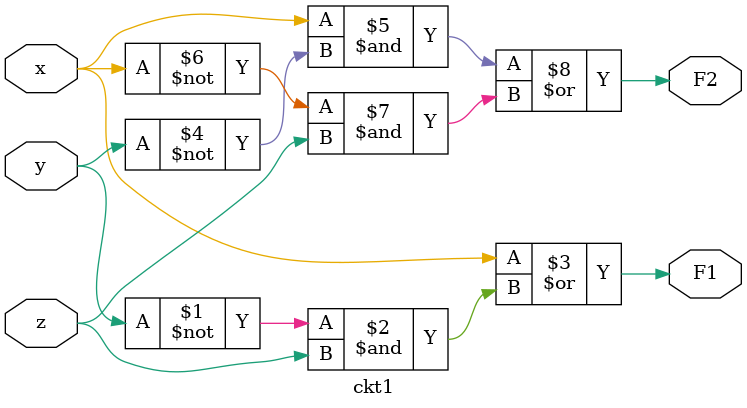
<source format=sv>

module ckt1(
    input logic x, y, z,
    output logic F1, F2
);
    assign F1 = x | (~y & z);
    assign F2 = (x & (~y)) | ((~x) & z);
endmodule
</source>
